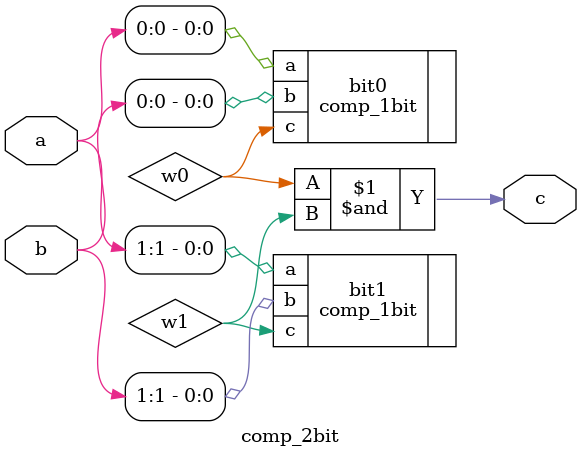
<source format=v>
module comp_2bit (
    input wire [1:0] a,
    input wire [1:0] b,
    output wire c
);
    wire w0, w1;

    comp_1bit bit0 (.a(a[0]), .b(b[0]), .c(w0));
    comp_1bit bit1 (.a(a[1]), .b(b[1]), .c(w1));

    assign c = w0 & w1;
endmodule

</source>
